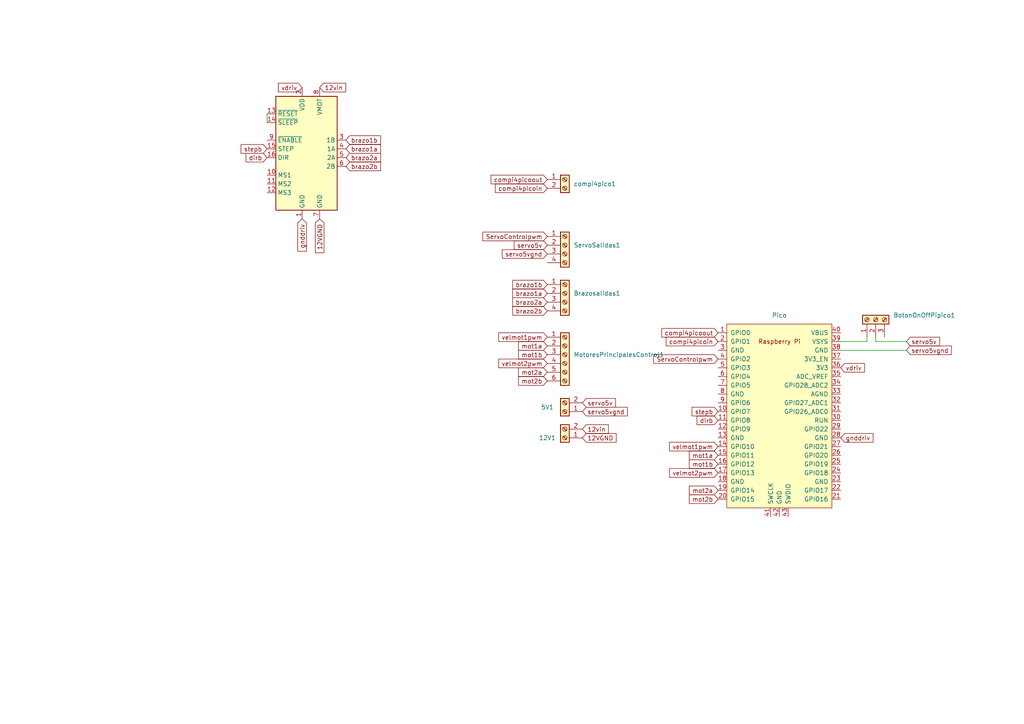
<source format=kicad_sch>
(kicad_sch (version 20230121) (generator eeschema)

  (uuid 69f18ada-31d3-4519-b72b-01a669aa8885)

  (paper "A4")

  (lib_symbols
    (symbol "Connector:Screw_Terminal_01x02" (pin_names (offset 1.016) hide) (in_bom yes) (on_board yes)
      (property "Reference" "J" (at 0 2.54 0)
        (effects (font (size 1.27 1.27)))
      )
      (property "Value" "Screw_Terminal_01x02" (at 0 -5.08 0)
        (effects (font (size 1.27 1.27)))
      )
      (property "Footprint" "" (at 0 0 0)
        (effects (font (size 1.27 1.27)) hide)
      )
      (property "Datasheet" "~" (at 0 0 0)
        (effects (font (size 1.27 1.27)) hide)
      )
      (property "ki_keywords" "screw terminal" (at 0 0 0)
        (effects (font (size 1.27 1.27)) hide)
      )
      (property "ki_description" "Generic screw terminal, single row, 01x02, script generated (kicad-library-utils/schlib/autogen/connector/)" (at 0 0 0)
        (effects (font (size 1.27 1.27)) hide)
      )
      (property "ki_fp_filters" "TerminalBlock*:*" (at 0 0 0)
        (effects (font (size 1.27 1.27)) hide)
      )
      (symbol "Screw_Terminal_01x02_1_1"
        (rectangle (start -1.27 1.27) (end 1.27 -3.81)
          (stroke (width 0.254) (type default))
          (fill (type background))
        )
        (circle (center 0 -2.54) (radius 0.635)
          (stroke (width 0.1524) (type default))
          (fill (type none))
        )
        (polyline
          (pts
            (xy -0.5334 -2.2098)
            (xy 0.3302 -3.048)
          )
          (stroke (width 0.1524) (type default))
          (fill (type none))
        )
        (polyline
          (pts
            (xy -0.5334 0.3302)
            (xy 0.3302 -0.508)
          )
          (stroke (width 0.1524) (type default))
          (fill (type none))
        )
        (polyline
          (pts
            (xy -0.3556 -2.032)
            (xy 0.508 -2.8702)
          )
          (stroke (width 0.1524) (type default))
          (fill (type none))
        )
        (polyline
          (pts
            (xy -0.3556 0.508)
            (xy 0.508 -0.3302)
          )
          (stroke (width 0.1524) (type default))
          (fill (type none))
        )
        (circle (center 0 0) (radius 0.635)
          (stroke (width 0.1524) (type default))
          (fill (type none))
        )
        (pin passive line (at -5.08 0 0) (length 3.81)
          (name "Pin_1" (effects (font (size 1.27 1.27))))
          (number "1" (effects (font (size 1.27 1.27))))
        )
        (pin passive line (at -5.08 -2.54 0) (length 3.81)
          (name "Pin_2" (effects (font (size 1.27 1.27))))
          (number "2" (effects (font (size 1.27 1.27))))
        )
      )
    )
    (symbol "Connector:Screw_Terminal_01x03" (pin_names (offset 1.016) hide) (in_bom yes) (on_board yes)
      (property "Reference" "J" (at 0 5.08 0)
        (effects (font (size 1.27 1.27)))
      )
      (property "Value" "Screw_Terminal_01x03" (at 0 -5.08 0)
        (effects (font (size 1.27 1.27)))
      )
      (property "Footprint" "" (at 0 0 0)
        (effects (font (size 1.27 1.27)) hide)
      )
      (property "Datasheet" "~" (at 0 0 0)
        (effects (font (size 1.27 1.27)) hide)
      )
      (property "ki_keywords" "screw terminal" (at 0 0 0)
        (effects (font (size 1.27 1.27)) hide)
      )
      (property "ki_description" "Generic screw terminal, single row, 01x03, script generated (kicad-library-utils/schlib/autogen/connector/)" (at 0 0 0)
        (effects (font (size 1.27 1.27)) hide)
      )
      (property "ki_fp_filters" "TerminalBlock*:*" (at 0 0 0)
        (effects (font (size 1.27 1.27)) hide)
      )
      (symbol "Screw_Terminal_01x03_1_1"
        (rectangle (start -1.27 3.81) (end 1.27 -3.81)
          (stroke (width 0.254) (type default))
          (fill (type background))
        )
        (circle (center 0 -2.54) (radius 0.635)
          (stroke (width 0.1524) (type default))
          (fill (type none))
        )
        (polyline
          (pts
            (xy -0.5334 -2.2098)
            (xy 0.3302 -3.048)
          )
          (stroke (width 0.1524) (type default))
          (fill (type none))
        )
        (polyline
          (pts
            (xy -0.5334 0.3302)
            (xy 0.3302 -0.508)
          )
          (stroke (width 0.1524) (type default))
          (fill (type none))
        )
        (polyline
          (pts
            (xy -0.5334 2.8702)
            (xy 0.3302 2.032)
          )
          (stroke (width 0.1524) (type default))
          (fill (type none))
        )
        (polyline
          (pts
            (xy -0.3556 -2.032)
            (xy 0.508 -2.8702)
          )
          (stroke (width 0.1524) (type default))
          (fill (type none))
        )
        (polyline
          (pts
            (xy -0.3556 0.508)
            (xy 0.508 -0.3302)
          )
          (stroke (width 0.1524) (type default))
          (fill (type none))
        )
        (polyline
          (pts
            (xy -0.3556 3.048)
            (xy 0.508 2.2098)
          )
          (stroke (width 0.1524) (type default))
          (fill (type none))
        )
        (circle (center 0 0) (radius 0.635)
          (stroke (width 0.1524) (type default))
          (fill (type none))
        )
        (circle (center 0 2.54) (radius 0.635)
          (stroke (width 0.1524) (type default))
          (fill (type none))
        )
        (pin passive line (at -5.08 2.54 0) (length 3.81)
          (name "Pin_1" (effects (font (size 1.27 1.27))))
          (number "1" (effects (font (size 1.27 1.27))))
        )
        (pin passive line (at -5.08 0 0) (length 3.81)
          (name "Pin_2" (effects (font (size 1.27 1.27))))
          (number "2" (effects (font (size 1.27 1.27))))
        )
        (pin passive line (at -5.08 -2.54 0) (length 3.81)
          (name "Pin_3" (effects (font (size 1.27 1.27))))
          (number "3" (effects (font (size 1.27 1.27))))
        )
      )
    )
    (symbol "Connector:Screw_Terminal_01x04" (pin_names (offset 1.016) hide) (in_bom yes) (on_board yes)
      (property "Reference" "J" (at 0 5.08 0)
        (effects (font (size 1.27 1.27)))
      )
      (property "Value" "Screw_Terminal_01x04" (at 0 -7.62 0)
        (effects (font (size 1.27 1.27)))
      )
      (property "Footprint" "" (at 0 0 0)
        (effects (font (size 1.27 1.27)) hide)
      )
      (property "Datasheet" "~" (at 0 0 0)
        (effects (font (size 1.27 1.27)) hide)
      )
      (property "ki_keywords" "screw terminal" (at 0 0 0)
        (effects (font (size 1.27 1.27)) hide)
      )
      (property "ki_description" "Generic screw terminal, single row, 01x04, script generated (kicad-library-utils/schlib/autogen/connector/)" (at 0 0 0)
        (effects (font (size 1.27 1.27)) hide)
      )
      (property "ki_fp_filters" "TerminalBlock*:*" (at 0 0 0)
        (effects (font (size 1.27 1.27)) hide)
      )
      (symbol "Screw_Terminal_01x04_1_1"
        (rectangle (start -1.27 3.81) (end 1.27 -6.35)
          (stroke (width 0.254) (type default))
          (fill (type background))
        )
        (circle (center 0 -5.08) (radius 0.635)
          (stroke (width 0.1524) (type default))
          (fill (type none))
        )
        (circle (center 0 -2.54) (radius 0.635)
          (stroke (width 0.1524) (type default))
          (fill (type none))
        )
        (polyline
          (pts
            (xy -0.5334 -4.7498)
            (xy 0.3302 -5.588)
          )
          (stroke (width 0.1524) (type default))
          (fill (type none))
        )
        (polyline
          (pts
            (xy -0.5334 -2.2098)
            (xy 0.3302 -3.048)
          )
          (stroke (width 0.1524) (type default))
          (fill (type none))
        )
        (polyline
          (pts
            (xy -0.5334 0.3302)
            (xy 0.3302 -0.508)
          )
          (stroke (width 0.1524) (type default))
          (fill (type none))
        )
        (polyline
          (pts
            (xy -0.5334 2.8702)
            (xy 0.3302 2.032)
          )
          (stroke (width 0.1524) (type default))
          (fill (type none))
        )
        (polyline
          (pts
            (xy -0.3556 -4.572)
            (xy 0.508 -5.4102)
          )
          (stroke (width 0.1524) (type default))
          (fill (type none))
        )
        (polyline
          (pts
            (xy -0.3556 -2.032)
            (xy 0.508 -2.8702)
          )
          (stroke (width 0.1524) (type default))
          (fill (type none))
        )
        (polyline
          (pts
            (xy -0.3556 0.508)
            (xy 0.508 -0.3302)
          )
          (stroke (width 0.1524) (type default))
          (fill (type none))
        )
        (polyline
          (pts
            (xy -0.3556 3.048)
            (xy 0.508 2.2098)
          )
          (stroke (width 0.1524) (type default))
          (fill (type none))
        )
        (circle (center 0 0) (radius 0.635)
          (stroke (width 0.1524) (type default))
          (fill (type none))
        )
        (circle (center 0 2.54) (radius 0.635)
          (stroke (width 0.1524) (type default))
          (fill (type none))
        )
        (pin passive line (at -5.08 2.54 0) (length 3.81)
          (name "Pin_1" (effects (font (size 1.27 1.27))))
          (number "1" (effects (font (size 1.27 1.27))))
        )
        (pin passive line (at -5.08 0 0) (length 3.81)
          (name "Pin_2" (effects (font (size 1.27 1.27))))
          (number "2" (effects (font (size 1.27 1.27))))
        )
        (pin passive line (at -5.08 -2.54 0) (length 3.81)
          (name "Pin_3" (effects (font (size 1.27 1.27))))
          (number "3" (effects (font (size 1.27 1.27))))
        )
        (pin passive line (at -5.08 -5.08 0) (length 3.81)
          (name "Pin_4" (effects (font (size 1.27 1.27))))
          (number "4" (effects (font (size 1.27 1.27))))
        )
      )
    )
    (symbol "Connector:Screw_Terminal_01x06" (pin_names (offset 1.016) hide) (in_bom yes) (on_board yes)
      (property "Reference" "J" (at 0 7.62 0)
        (effects (font (size 1.27 1.27)))
      )
      (property "Value" "Screw_Terminal_01x06" (at 0 -10.16 0)
        (effects (font (size 1.27 1.27)))
      )
      (property "Footprint" "" (at 0 0 0)
        (effects (font (size 1.27 1.27)) hide)
      )
      (property "Datasheet" "~" (at 0 0 0)
        (effects (font (size 1.27 1.27)) hide)
      )
      (property "ki_keywords" "screw terminal" (at 0 0 0)
        (effects (font (size 1.27 1.27)) hide)
      )
      (property "ki_description" "Generic screw terminal, single row, 01x06, script generated (kicad-library-utils/schlib/autogen/connector/)" (at 0 0 0)
        (effects (font (size 1.27 1.27)) hide)
      )
      (property "ki_fp_filters" "TerminalBlock*:*" (at 0 0 0)
        (effects (font (size 1.27 1.27)) hide)
      )
      (symbol "Screw_Terminal_01x06_1_1"
        (rectangle (start -1.27 6.35) (end 1.27 -8.89)
          (stroke (width 0.254) (type default))
          (fill (type background))
        )
        (circle (center 0 -7.62) (radius 0.635)
          (stroke (width 0.1524) (type default))
          (fill (type none))
        )
        (circle (center 0 -5.08) (radius 0.635)
          (stroke (width 0.1524) (type default))
          (fill (type none))
        )
        (circle (center 0 -2.54) (radius 0.635)
          (stroke (width 0.1524) (type default))
          (fill (type none))
        )
        (polyline
          (pts
            (xy -0.5334 -7.2898)
            (xy 0.3302 -8.128)
          )
          (stroke (width 0.1524) (type default))
          (fill (type none))
        )
        (polyline
          (pts
            (xy -0.5334 -4.7498)
            (xy 0.3302 -5.588)
          )
          (stroke (width 0.1524) (type default))
          (fill (type none))
        )
        (polyline
          (pts
            (xy -0.5334 -2.2098)
            (xy 0.3302 -3.048)
          )
          (stroke (width 0.1524) (type default))
          (fill (type none))
        )
        (polyline
          (pts
            (xy -0.5334 0.3302)
            (xy 0.3302 -0.508)
          )
          (stroke (width 0.1524) (type default))
          (fill (type none))
        )
        (polyline
          (pts
            (xy -0.5334 2.8702)
            (xy 0.3302 2.032)
          )
          (stroke (width 0.1524) (type default))
          (fill (type none))
        )
        (polyline
          (pts
            (xy -0.5334 5.4102)
            (xy 0.3302 4.572)
          )
          (stroke (width 0.1524) (type default))
          (fill (type none))
        )
        (polyline
          (pts
            (xy -0.3556 -7.112)
            (xy 0.508 -7.9502)
          )
          (stroke (width 0.1524) (type default))
          (fill (type none))
        )
        (polyline
          (pts
            (xy -0.3556 -4.572)
            (xy 0.508 -5.4102)
          )
          (stroke (width 0.1524) (type default))
          (fill (type none))
        )
        (polyline
          (pts
            (xy -0.3556 -2.032)
            (xy 0.508 -2.8702)
          )
          (stroke (width 0.1524) (type default))
          (fill (type none))
        )
        (polyline
          (pts
            (xy -0.3556 0.508)
            (xy 0.508 -0.3302)
          )
          (stroke (width 0.1524) (type default))
          (fill (type none))
        )
        (polyline
          (pts
            (xy -0.3556 3.048)
            (xy 0.508 2.2098)
          )
          (stroke (width 0.1524) (type default))
          (fill (type none))
        )
        (polyline
          (pts
            (xy -0.3556 5.588)
            (xy 0.508 4.7498)
          )
          (stroke (width 0.1524) (type default))
          (fill (type none))
        )
        (circle (center 0 0) (radius 0.635)
          (stroke (width 0.1524) (type default))
          (fill (type none))
        )
        (circle (center 0 2.54) (radius 0.635)
          (stroke (width 0.1524) (type default))
          (fill (type none))
        )
        (circle (center 0 5.08) (radius 0.635)
          (stroke (width 0.1524) (type default))
          (fill (type none))
        )
        (pin passive line (at -5.08 5.08 0) (length 3.81)
          (name "Pin_1" (effects (font (size 1.27 1.27))))
          (number "1" (effects (font (size 1.27 1.27))))
        )
        (pin passive line (at -5.08 2.54 0) (length 3.81)
          (name "Pin_2" (effects (font (size 1.27 1.27))))
          (number "2" (effects (font (size 1.27 1.27))))
        )
        (pin passive line (at -5.08 0 0) (length 3.81)
          (name "Pin_3" (effects (font (size 1.27 1.27))))
          (number "3" (effects (font (size 1.27 1.27))))
        )
        (pin passive line (at -5.08 -2.54 0) (length 3.81)
          (name "Pin_4" (effects (font (size 1.27 1.27))))
          (number "4" (effects (font (size 1.27 1.27))))
        )
        (pin passive line (at -5.08 -5.08 0) (length 3.81)
          (name "Pin_5" (effects (font (size 1.27 1.27))))
          (number "5" (effects (font (size 1.27 1.27))))
        )
        (pin passive line (at -5.08 -7.62 0) (length 3.81)
          (name "Pin_6" (effects (font (size 1.27 1.27))))
          (number "6" (effects (font (size 1.27 1.27))))
        )
      )
    )
    (symbol "Driver_Motor:Pololu_Breakout_A4988" (in_bom yes) (on_board yes)
      (property "Reference" "A" (at -2.54 19.05 0)
        (effects (font (size 1.27 1.27)) (justify right))
      )
      (property "Value" "Pololu_Breakout_A4988" (at -2.54 16.51 0)
        (effects (font (size 1.27 1.27)) (justify right))
      )
      (property "Footprint" "Module:Pololu_Breakout-16_15.2x20.3mm" (at 6.985 -19.05 0)
        (effects (font (size 1.27 1.27)) (justify left) hide)
      )
      (property "Datasheet" "https://www.pololu.com/product/2980/pictures" (at 2.54 -7.62 0)
        (effects (font (size 1.27 1.27)) hide)
      )
      (property "ki_keywords" "Pololu Breakout Board Stepper Driver A4988" (at 0 0 0)
        (effects (font (size 1.27 1.27)) hide)
      )
      (property "ki_description" "Pololu Breakout Board, Stepper Driver A4988" (at 0 0 0)
        (effects (font (size 1.27 1.27)) hide)
      )
      (property "ki_fp_filters" "Pololu*Breakout*15.2x20.3mm*" (at 0 0 0)
        (effects (font (size 1.27 1.27)) hide)
      )
      (symbol "Pololu_Breakout_A4988_0_1"
        (rectangle (start 10.16 -17.78) (end -7.62 15.24)
          (stroke (width 0.254) (type default))
          (fill (type background))
        )
      )
      (symbol "Pololu_Breakout_A4988_1_1"
        (pin power_in line (at 0 -20.32 90) (length 2.54)
          (name "GND" (effects (font (size 1.27 1.27))))
          (number "1" (effects (font (size 1.27 1.27))))
        )
        (pin input line (at -10.16 -7.62 0) (length 2.54)
          (name "MS1" (effects (font (size 1.27 1.27))))
          (number "10" (effects (font (size 1.27 1.27))))
        )
        (pin input line (at -10.16 -10.16 0) (length 2.54)
          (name "MS2" (effects (font (size 1.27 1.27))))
          (number "11" (effects (font (size 1.27 1.27))))
        )
        (pin input line (at -10.16 -12.7 0) (length 2.54)
          (name "MS3" (effects (font (size 1.27 1.27))))
          (number "12" (effects (font (size 1.27 1.27))))
        )
        (pin input line (at -10.16 10.16 0) (length 2.54)
          (name "~{RESET}" (effects (font (size 1.27 1.27))))
          (number "13" (effects (font (size 1.27 1.27))))
        )
        (pin input line (at -10.16 7.62 0) (length 2.54)
          (name "~{SLEEP}" (effects (font (size 1.27 1.27))))
          (number "14" (effects (font (size 1.27 1.27))))
        )
        (pin input line (at -10.16 0 0) (length 2.54)
          (name "STEP" (effects (font (size 1.27 1.27))))
          (number "15" (effects (font (size 1.27 1.27))))
        )
        (pin input line (at -10.16 -2.54 0) (length 2.54)
          (name "DIR" (effects (font (size 1.27 1.27))))
          (number "16" (effects (font (size 1.27 1.27))))
        )
        (pin power_in line (at 0 17.78 270) (length 2.54)
          (name "VDD" (effects (font (size 1.27 1.27))))
          (number "2" (effects (font (size 1.27 1.27))))
        )
        (pin output line (at 12.7 2.54 180) (length 2.54)
          (name "1B" (effects (font (size 1.27 1.27))))
          (number "3" (effects (font (size 1.27 1.27))))
        )
        (pin output line (at 12.7 0 180) (length 2.54)
          (name "1A" (effects (font (size 1.27 1.27))))
          (number "4" (effects (font (size 1.27 1.27))))
        )
        (pin output line (at 12.7 -2.54 180) (length 2.54)
          (name "2A" (effects (font (size 1.27 1.27))))
          (number "5" (effects (font (size 1.27 1.27))))
        )
        (pin output line (at 12.7 -5.08 180) (length 2.54)
          (name "2B" (effects (font (size 1.27 1.27))))
          (number "6" (effects (font (size 1.27 1.27))))
        )
        (pin power_in line (at 5.08 -20.32 90) (length 2.54)
          (name "GND" (effects (font (size 1.27 1.27))))
          (number "7" (effects (font (size 1.27 1.27))))
        )
        (pin power_in line (at 5.08 17.78 270) (length 2.54)
          (name "VMOT" (effects (font (size 1.27 1.27))))
          (number "8" (effects (font (size 1.27 1.27))))
        )
        (pin input line (at -10.16 2.54 0) (length 2.54)
          (name "~{ENABLE}" (effects (font (size 1.27 1.27))))
          (number "9" (effects (font (size 1.27 1.27))))
        )
      )
    )
    (symbol "HORUSSSSSSSSSSS:Pico" (pin_names (offset 1.016)) (in_bom yes) (on_board yes)
      (property "Reference" "U" (at -13.97 27.94 0)
        (effects (font (size 1.27 1.27)))
      )
      (property "Value" "Pico" (at 0 19.05 0)
        (effects (font (size 1.27 1.27)))
      )
      (property "Footprint" "RPi_Pico:RPi_Pico_SMD_TH" (at 0 0 90)
        (effects (font (size 1.27 1.27)) hide)
      )
      (property "Datasheet" "" (at 0 0 0)
        (effects (font (size 1.27 1.27)) hide)
      )
      (symbol "Pico_0_0"
        (text "Raspberry Pi" (at 0 21.59 0)
          (effects (font (size 1.27 1.27)))
        )
      )
      (symbol "Pico_0_1"
        (rectangle (start -15.24 26.67) (end 15.24 -26.67)
          (stroke (width 0) (type solid))
          (fill (type background))
        )
      )
      (symbol "Pico_1_1"
        (pin bidirectional line (at -17.78 24.13 0) (length 2.54)
          (name "GPIO0" (effects (font (size 1.27 1.27))))
          (number "1" (effects (font (size 1.27 1.27))))
        )
        (pin bidirectional line (at -17.78 1.27 0) (length 2.54)
          (name "GPIO7" (effects (font (size 1.27 1.27))))
          (number "10" (effects (font (size 1.27 1.27))))
        )
        (pin bidirectional line (at -17.78 -1.27 0) (length 2.54)
          (name "GPIO8" (effects (font (size 1.27 1.27))))
          (number "11" (effects (font (size 1.27 1.27))))
        )
        (pin bidirectional line (at -17.78 -3.81 0) (length 2.54)
          (name "GPIO9" (effects (font (size 1.27 1.27))))
          (number "12" (effects (font (size 1.27 1.27))))
        )
        (pin power_in line (at -17.78 -6.35 0) (length 2.54)
          (name "GND" (effects (font (size 1.27 1.27))))
          (number "13" (effects (font (size 1.27 1.27))))
        )
        (pin bidirectional line (at -17.78 -8.89 0) (length 2.54)
          (name "GPIO10" (effects (font (size 1.27 1.27))))
          (number "14" (effects (font (size 1.27 1.27))))
        )
        (pin bidirectional line (at -17.78 -11.43 0) (length 2.54)
          (name "GPIO11" (effects (font (size 1.27 1.27))))
          (number "15" (effects (font (size 1.27 1.27))))
        )
        (pin bidirectional line (at -17.78 -13.97 0) (length 2.54)
          (name "GPIO12" (effects (font (size 1.27 1.27))))
          (number "16" (effects (font (size 1.27 1.27))))
        )
        (pin bidirectional line (at -17.78 -16.51 0) (length 2.54)
          (name "GPIO13" (effects (font (size 1.27 1.27))))
          (number "17" (effects (font (size 1.27 1.27))))
        )
        (pin power_in line (at -17.78 -19.05 0) (length 2.54)
          (name "GND" (effects (font (size 1.27 1.27))))
          (number "18" (effects (font (size 1.27 1.27))))
        )
        (pin bidirectional line (at -17.78 -21.59 0) (length 2.54)
          (name "GPIO14" (effects (font (size 1.27 1.27))))
          (number "19" (effects (font (size 1.27 1.27))))
        )
        (pin bidirectional line (at -17.78 21.59 0) (length 2.54)
          (name "GPIO1" (effects (font (size 1.27 1.27))))
          (number "2" (effects (font (size 1.27 1.27))))
        )
        (pin bidirectional line (at -17.78 -24.13 0) (length 2.54)
          (name "GPIO15" (effects (font (size 1.27 1.27))))
          (number "20" (effects (font (size 1.27 1.27))))
        )
        (pin bidirectional line (at 17.78 -24.13 180) (length 2.54)
          (name "GPIO16" (effects (font (size 1.27 1.27))))
          (number "21" (effects (font (size 1.27 1.27))))
        )
        (pin bidirectional line (at 17.78 -21.59 180) (length 2.54)
          (name "GPIO17" (effects (font (size 1.27 1.27))))
          (number "22" (effects (font (size 1.27 1.27))))
        )
        (pin power_in line (at 17.78 -19.05 180) (length 2.54)
          (name "GND" (effects (font (size 1.27 1.27))))
          (number "23" (effects (font (size 1.27 1.27))))
        )
        (pin bidirectional line (at 17.78 -16.51 180) (length 2.54)
          (name "GPIO18" (effects (font (size 1.27 1.27))))
          (number "24" (effects (font (size 1.27 1.27))))
        )
        (pin bidirectional line (at 17.78 -13.97 180) (length 2.54)
          (name "GPIO19" (effects (font (size 1.27 1.27))))
          (number "25" (effects (font (size 1.27 1.27))))
        )
        (pin bidirectional line (at 17.78 -11.43 180) (length 2.54)
          (name "GPIO20" (effects (font (size 1.27 1.27))))
          (number "26" (effects (font (size 1.27 1.27))))
        )
        (pin bidirectional line (at 17.78 -8.89 180) (length 2.54)
          (name "GPIO21" (effects (font (size 1.27 1.27))))
          (number "27" (effects (font (size 1.27 1.27))))
        )
        (pin power_in line (at 17.78 -6.35 180) (length 2.54)
          (name "GND" (effects (font (size 1.27 1.27))))
          (number "28" (effects (font (size 1.27 1.27))))
        )
        (pin bidirectional line (at 17.78 -3.81 180) (length 2.54)
          (name "GPIO22" (effects (font (size 1.27 1.27))))
          (number "29" (effects (font (size 1.27 1.27))))
        )
        (pin power_in line (at -17.78 19.05 0) (length 2.54)
          (name "GND" (effects (font (size 1.27 1.27))))
          (number "3" (effects (font (size 1.27 1.27))))
        )
        (pin input line (at 17.78 -1.27 180) (length 2.54)
          (name "RUN" (effects (font (size 1.27 1.27))))
          (number "30" (effects (font (size 1.27 1.27))))
        )
        (pin bidirectional line (at 17.78 1.27 180) (length 2.54)
          (name "GPIO26_ADC0" (effects (font (size 1.27 1.27))))
          (number "31" (effects (font (size 1.27 1.27))))
        )
        (pin bidirectional line (at 17.78 3.81 180) (length 2.54)
          (name "GPIO27_ADC1" (effects (font (size 1.27 1.27))))
          (number "32" (effects (font (size 1.27 1.27))))
        )
        (pin power_in line (at 17.78 6.35 180) (length 2.54)
          (name "AGND" (effects (font (size 1.27 1.27))))
          (number "33" (effects (font (size 1.27 1.27))))
        )
        (pin bidirectional line (at 17.78 8.89 180) (length 2.54)
          (name "GPIO28_ADC2" (effects (font (size 1.27 1.27))))
          (number "34" (effects (font (size 1.27 1.27))))
        )
        (pin unspecified line (at 17.78 11.43 180) (length 2.54)
          (name "ADC_VREF" (effects (font (size 1.27 1.27))))
          (number "35" (effects (font (size 1.27 1.27))))
        )
        (pin unspecified line (at 17.78 13.97 180) (length 2.54)
          (name "3V3" (effects (font (size 1.27 1.27))))
          (number "36" (effects (font (size 1.27 1.27))))
        )
        (pin input line (at 17.78 16.51 180) (length 2.54)
          (name "3V3_EN" (effects (font (size 1.27 1.27))))
          (number "37" (effects (font (size 1.27 1.27))))
        )
        (pin bidirectional line (at 17.78 19.05 180) (length 2.54)
          (name "GND" (effects (font (size 1.27 1.27))))
          (number "38" (effects (font (size 1.27 1.27))))
        )
        (pin unspecified line (at 17.78 21.59 180) (length 2.54)
          (name "VSYS" (effects (font (size 1.27 1.27))))
          (number "39" (effects (font (size 1.27 1.27))))
        )
        (pin bidirectional line (at -17.78 16.51 0) (length 2.54)
          (name "GPIO2" (effects (font (size 1.27 1.27))))
          (number "4" (effects (font (size 1.27 1.27))))
        )
        (pin unspecified line (at 17.78 24.13 180) (length 2.54)
          (name "VBUS" (effects (font (size 1.27 1.27))))
          (number "40" (effects (font (size 1.27 1.27))))
        )
        (pin input line (at -2.54 -29.21 90) (length 2.54)
          (name "SWCLK" (effects (font (size 1.27 1.27))))
          (number "41" (effects (font (size 1.27 1.27))))
        )
        (pin power_in line (at 0 -29.21 90) (length 2.54)
          (name "GND" (effects (font (size 1.27 1.27))))
          (number "42" (effects (font (size 1.27 1.27))))
        )
        (pin bidirectional line (at 2.54 -29.21 90) (length 2.54)
          (name "SWDIO" (effects (font (size 1.27 1.27))))
          (number "43" (effects (font (size 1.27 1.27))))
        )
        (pin bidirectional line (at -17.78 13.97 0) (length 2.54)
          (name "GPIO3" (effects (font (size 1.27 1.27))))
          (number "5" (effects (font (size 1.27 1.27))))
        )
        (pin bidirectional line (at -17.78 11.43 0) (length 2.54)
          (name "GPIO4" (effects (font (size 1.27 1.27))))
          (number "6" (effects (font (size 1.27 1.27))))
        )
        (pin bidirectional line (at -17.78 8.89 0) (length 2.54)
          (name "GPIO5" (effects (font (size 1.27 1.27))))
          (number "7" (effects (font (size 1.27 1.27))))
        )
        (pin power_in line (at -17.78 6.35 0) (length 2.54)
          (name "GND" (effects (font (size 1.27 1.27))))
          (number "8" (effects (font (size 1.27 1.27))))
        )
        (pin bidirectional line (at -17.78 3.81 0) (length 2.54)
          (name "GPIO6" (effects (font (size 1.27 1.27))))
          (number "9" (effects (font (size 1.27 1.27))))
        )
      )
    )
  )


  (wire (pts (xy 254 99.06) (xy 262.89 99.06))
    (stroke (width 0) (type default))
    (uuid 032811f0-ceaf-495c-978d-36bfd12250da)
  )
  (wire (pts (xy 251.46 99.06) (xy 243.84 99.06))
    (stroke (width 0) (type default))
    (uuid 1f845f0e-7611-47ac-a8c0-0756aecadc57)
  )
  (wire (pts (xy 254 97.79) (xy 254 99.06))
    (stroke (width 0) (type default))
    (uuid 272f7206-d683-4ba2-9aa0-85e5b7df7e34)
  )
  (wire (pts (xy 77.47 33.02) (xy 77.47 35.56))
    (stroke (width 0) (type default))
    (uuid 571ce249-f7c0-4671-a644-8cf509fc2174)
  )
  (wire (pts (xy 251.46 97.79) (xy 251.46 99.06))
    (stroke (width 0) (type default))
    (uuid 5cdc9129-4a2a-4d80-92d2-14d7de033f30)
  )
  (wire (pts (xy 243.84 101.6) (xy 262.89 101.6))
    (stroke (width 0) (type default))
    (uuid b2caa519-d348-4871-a16e-6a39bad2cb45)
  )

  (global_label "vdriv" (shape input) (at 243.84 106.68 0) (fields_autoplaced)
    (effects (font (size 1.27 1.27)) (justify left))
    (uuid 089a74eb-5c02-4180-8385-d1a04181c461)
    (property "Intersheetrefs" "${INTERSHEET_REFS}" (at 251.3004 106.68 0)
      (effects (font (size 1.27 1.27)) (justify left) hide)
    )
  )
  (global_label "velmot1pwm" (shape input) (at 208.28 129.54 180) (fields_autoplaced)
    (effects (font (size 1.27 1.27)) (justify right))
    (uuid 105579cf-bc81-4dc8-8f0f-476ad03825b8)
    (property "Intersheetrefs" "${INTERSHEET_REFS}" (at 193.6231 129.54 0)
      (effects (font (size 1.27 1.27)) (justify right) hide)
    )
  )
  (global_label "gnddriv" (shape input) (at 243.84 127 0) (fields_autoplaced)
    (effects (font (size 1.27 1.27)) (justify left))
    (uuid 19ec71aa-1e2f-45aa-bd00-f17993d76ea0)
    (property "Intersheetrefs" "${INTERSHEET_REFS}" (at 253.7798 127 0)
      (effects (font (size 1.27 1.27)) (justify left) hide)
    )
  )
  (global_label "servo5v" (shape input) (at 158.75 71.12 180) (fields_autoplaced)
    (effects (font (size 1.27 1.27)) (justify right))
    (uuid 20679a4a-7e6a-4ac8-963f-81c7061c9474)
    (property "Intersheetrefs" "${INTERSHEET_REFS}" (at 148.5682 71.12 0)
      (effects (font (size 1.27 1.27)) (justify right) hide)
    )
  )
  (global_label "servo5vgnd" (shape input) (at 168.91 119.38 0) (fields_autoplaced)
    (effects (font (size 1.27 1.27)) (justify left))
    (uuid 24ae15b9-4c0a-438b-9b8a-2ad57f4cb5b3)
    (property "Intersheetrefs" "${INTERSHEET_REFS}" (at 182.5388 119.38 0)
      (effects (font (size 1.27 1.27)) (justify left) hide)
    )
  )
  (global_label "mot2b" (shape input) (at 158.75 110.49 180) (fields_autoplaced)
    (effects (font (size 1.27 1.27)) (justify right))
    (uuid 2b033314-0855-4de9-8487-5cdde7d88ba2)
    (property "Intersheetrefs" "${INTERSHEET_REFS}" (at 149.8383 110.49 0)
      (effects (font (size 1.27 1.27)) (justify right) hide)
    )
  )
  (global_label "servo5v" (shape input) (at 262.89 99.06 0) (fields_autoplaced)
    (effects (font (size 1.27 1.27)) (justify left))
    (uuid 2df227a9-3590-40e2-a870-c13d2749233d)
    (property "Intersheetrefs" "${INTERSHEET_REFS}" (at 273.0718 99.06 0)
      (effects (font (size 1.27 1.27)) (justify left) hide)
    )
  )
  (global_label "stepb" (shape input) (at 208.28 119.38 180) (fields_autoplaced)
    (effects (font (size 1.27 1.27)) (justify right))
    (uuid 325749e0-734e-4d87-a8b3-93a3b135f7a4)
    (property "Intersheetrefs" "${INTERSHEET_REFS}" (at 200.1544 119.38 0)
      (effects (font (size 1.27 1.27)) (justify right) hide)
    )
  )
  (global_label "compi4picoout" (shape input) (at 158.75 52.07 180) (fields_autoplaced)
    (effects (font (size 1.27 1.27)) (justify right))
    (uuid 3b416e0f-5863-43ff-80f4-476a3fd9063d)
    (property "Intersheetrefs" "${INTERSHEET_REFS}" (at 141.8555 52.07 0)
      (effects (font (size 1.27 1.27)) (justify right) hide)
    )
  )
  (global_label "brazo1b" (shape input) (at 158.75 82.55 180) (fields_autoplaced)
    (effects (font (size 1.27 1.27)) (justify right))
    (uuid 49f8b04a-cb82-4dff-bb4a-22633b064167)
    (property "Intersheetrefs" "${INTERSHEET_REFS}" (at 148.145 82.55 0)
      (effects (font (size 1.27 1.27)) (justify right) hide)
    )
  )
  (global_label "brazo1b" (shape input) (at 100.33 40.64 0) (fields_autoplaced)
    (effects (font (size 1.27 1.27)) (justify left))
    (uuid 4de4071a-c6bc-48d3-8faa-594d24af3741)
    (property "Intersheetrefs" "${INTERSHEET_REFS}" (at 110.935 40.64 0)
      (effects (font (size 1.27 1.27)) (justify left) hide)
    )
  )
  (global_label "mot2b" (shape input) (at 208.28 144.78 180) (fields_autoplaced)
    (effects (font (size 1.27 1.27)) (justify right))
    (uuid 568ee743-6dc0-4715-85ab-2b5f256d7d9b)
    (property "Intersheetrefs" "${INTERSHEET_REFS}" (at 199.3683 144.78 0)
      (effects (font (size 1.27 1.27)) (justify right) hide)
    )
  )
  (global_label "brazo1a" (shape input) (at 158.75 85.09 180) (fields_autoplaced)
    (effects (font (size 1.27 1.27)) (justify right))
    (uuid 5c3cae67-9f2c-4e31-b974-93fa34e07e79)
    (property "Intersheetrefs" "${INTERSHEET_REFS}" (at 148.145 85.09 0)
      (effects (font (size 1.27 1.27)) (justify right) hide)
    )
  )
  (global_label "mot1b" (shape input) (at 208.28 134.62 180) (fields_autoplaced)
    (effects (font (size 1.27 1.27)) (justify right))
    (uuid 65e6fca0-c7fa-4f70-9fc2-9befb79f5deb)
    (property "Intersheetrefs" "${INTERSHEET_REFS}" (at 199.3683 134.62 0)
      (effects (font (size 1.27 1.27)) (justify right) hide)
    )
  )
  (global_label "mot1a" (shape input) (at 158.75 100.33 180) (fields_autoplaced)
    (effects (font (size 1.27 1.27)) (justify right))
    (uuid 688b5017-9942-4ffa-bffa-4339987cd9e1)
    (property "Intersheetrefs" "${INTERSHEET_REFS}" (at 149.8383 100.33 0)
      (effects (font (size 1.27 1.27)) (justify right) hide)
    )
  )
  (global_label "ServoControlpwm" (shape input) (at 208.28 104.14 180) (fields_autoplaced)
    (effects (font (size 1.27 1.27)) (justify right))
    (uuid 705a2d56-8cf1-446a-bb7d-cdbae1e7befc)
    (property "Intersheetrefs" "${INTERSHEET_REFS}" (at 189.027 104.14 0)
      (effects (font (size 1.27 1.27)) (justify right) hide)
    )
  )
  (global_label "mot1b" (shape input) (at 158.75 102.87 180) (fields_autoplaced)
    (effects (font (size 1.27 1.27)) (justify right))
    (uuid 71c4b569-dd6b-4078-9b80-b888483eb8c8)
    (property "Intersheetrefs" "${INTERSHEET_REFS}" (at 149.8383 102.87 0)
      (effects (font (size 1.27 1.27)) (justify right) hide)
    )
  )
  (global_label "velmot1pwm" (shape input) (at 158.75 97.79 180) (fields_autoplaced)
    (effects (font (size 1.27 1.27)) (justify right))
    (uuid 7276c2d5-9666-44a4-b812-406ab14ae0ed)
    (property "Intersheetrefs" "${INTERSHEET_REFS}" (at 144.0931 97.79 0)
      (effects (font (size 1.27 1.27)) (justify right) hide)
    )
  )
  (global_label "velmot2pwm" (shape input) (at 158.75 105.41 180) (fields_autoplaced)
    (effects (font (size 1.27 1.27)) (justify right))
    (uuid 74b6bcbe-f8dd-41f9-9e20-17243d7dfc3e)
    (property "Intersheetrefs" "${INTERSHEET_REFS}" (at 144.0931 105.41 0)
      (effects (font (size 1.27 1.27)) (justify right) hide)
    )
  )
  (global_label "dirb" (shape input) (at 208.28 121.92 180) (fields_autoplaced)
    (effects (font (size 1.27 1.27)) (justify right))
    (uuid 7f10a8e7-524c-4a5a-a1e2-09b638bccd4d)
    (property "Intersheetrefs" "${INTERSHEET_REFS}" (at 201.6058 121.92 0)
      (effects (font (size 1.27 1.27)) (justify right) hide)
    )
  )
  (global_label "brazo2a" (shape input) (at 100.33 45.72 0) (fields_autoplaced)
    (effects (font (size 1.27 1.27)) (justify left))
    (uuid 83071b50-5596-4c14-8b49-7b4356f0ba08)
    (property "Intersheetrefs" "${INTERSHEET_REFS}" (at 110.935 45.72 0)
      (effects (font (size 1.27 1.27)) (justify left) hide)
    )
  )
  (global_label "compi4picoin" (shape input) (at 158.75 54.61 180) (fields_autoplaced)
    (effects (font (size 1.27 1.27)) (justify right))
    (uuid 88855848-8f76-44e4-9b05-1cb6358e14d6)
    (property "Intersheetrefs" "${INTERSHEET_REFS}" (at 143.1254 54.61 0)
      (effects (font (size 1.27 1.27)) (justify right) hide)
    )
  )
  (global_label "12vin" (shape input) (at 92.71 25.4 0) (fields_autoplaced)
    (effects (font (size 1.27 1.27)) (justify left))
    (uuid 8c7dbf84-83f8-47b3-8440-782e692d1dca)
    (property "Intersheetrefs" "${INTERSHEET_REFS}" (at 100.8356 25.4 0)
      (effects (font (size 1.27 1.27)) (justify left) hide)
    )
  )
  (global_label "ServoControlpwm" (shape input) (at 158.75 68.58 180) (fields_autoplaced)
    (effects (font (size 1.27 1.27)) (justify right))
    (uuid 8c917faa-e14e-478f-a809-ec7be610c9ed)
    (property "Intersheetrefs" "${INTERSHEET_REFS}" (at 139.497 68.58 0)
      (effects (font (size 1.27 1.27)) (justify right) hide)
    )
  )
  (global_label "compi4picoout" (shape input) (at 208.28 96.52 180) (fields_autoplaced)
    (effects (font (size 1.27 1.27)) (justify right))
    (uuid 934bdf09-816a-4810-af42-a513244b5181)
    (property "Intersheetrefs" "${INTERSHEET_REFS}" (at 191.3855 96.52 0)
      (effects (font (size 1.27 1.27)) (justify right) hide)
    )
  )
  (global_label "brazo2a" (shape input) (at 158.75 87.63 180) (fields_autoplaced)
    (effects (font (size 1.27 1.27)) (justify right))
    (uuid 94644abf-c9eb-4e4d-96ec-c60ec2f2435c)
    (property "Intersheetrefs" "${INTERSHEET_REFS}" (at 148.145 87.63 0)
      (effects (font (size 1.27 1.27)) (justify right) hide)
    )
  )
  (global_label "dirb" (shape input) (at 77.47 45.72 180) (fields_autoplaced)
    (effects (font (size 1.27 1.27)) (justify right))
    (uuid 992e39ca-72bd-4655-91b0-b1544fa69441)
    (property "Intersheetrefs" "${INTERSHEET_REFS}" (at 70.7958 45.72 0)
      (effects (font (size 1.27 1.27)) (justify right) hide)
    )
  )
  (global_label "vdriv" (shape input) (at 87.63 25.4 180) (fields_autoplaced)
    (effects (font (size 1.27 1.27)) (justify right))
    (uuid 9a58f94a-93ab-46e1-8d0f-caa75c8227f4)
    (property "Intersheetrefs" "${INTERSHEET_REFS}" (at 80.1696 25.4 0)
      (effects (font (size 1.27 1.27)) (justify right) hide)
    )
  )
  (global_label "brazo1a" (shape input) (at 100.33 43.18 0) (fields_autoplaced)
    (effects (font (size 1.27 1.27)) (justify left))
    (uuid 9c220b7a-a2f1-4b18-8cb4-4978fbf828e4)
    (property "Intersheetrefs" "${INTERSHEET_REFS}" (at 110.935 43.18 0)
      (effects (font (size 1.27 1.27)) (justify left) hide)
    )
  )
  (global_label "servo5vgnd" (shape input) (at 262.89 101.6 0) (fields_autoplaced)
    (effects (font (size 1.27 1.27)) (justify left))
    (uuid a32ed922-cdd0-40b3-bac5-8ea48a4cca07)
    (property "Intersheetrefs" "${INTERSHEET_REFS}" (at 276.5188 101.6 0)
      (effects (font (size 1.27 1.27)) (justify left) hide)
    )
  )
  (global_label "servo5v" (shape input) (at 168.91 116.84 0) (fields_autoplaced)
    (effects (font (size 1.27 1.27)) (justify left))
    (uuid a9590e57-a333-476c-a7ea-da54278641ce)
    (property "Intersheetrefs" "${INTERSHEET_REFS}" (at 179.0918 116.84 0)
      (effects (font (size 1.27 1.27)) (justify left) hide)
    )
  )
  (global_label "12vin" (shape input) (at 168.91 124.46 0) (fields_autoplaced)
    (effects (font (size 1.27 1.27)) (justify left))
    (uuid ac79a266-3e88-4a80-96aa-dc06a76d299f)
    (property "Intersheetrefs" "${INTERSHEET_REFS}" (at 177.0356 124.46 0)
      (effects (font (size 1.27 1.27)) (justify left) hide)
    )
  )
  (global_label "gnddriv" (shape input) (at 87.63 63.5 270) (fields_autoplaced)
    (effects (font (size 1.27 1.27)) (justify right))
    (uuid af2be008-baf9-43de-892d-b44b65296c94)
    (property "Intersheetrefs" "${INTERSHEET_REFS}" (at 87.63 73.4398 90)
      (effects (font (size 1.27 1.27)) (justify right) hide)
    )
  )
  (global_label "12VGND" (shape input) (at 92.71 63.5 270) (fields_autoplaced)
    (effects (font (size 1.27 1.27)) (justify right))
    (uuid b547c99c-c110-4243-a0d8-03d58c14eabe)
    (property "Intersheetrefs" "${INTERSHEET_REFS}" (at 92.71 73.8633 90)
      (effects (font (size 1.27 1.27)) (justify right) hide)
    )
  )
  (global_label "stepb" (shape input) (at 77.47 43.18 180) (fields_autoplaced)
    (effects (font (size 1.27 1.27)) (justify right))
    (uuid b75f1935-ca9c-42c1-af7a-0bc233038025)
    (property "Intersheetrefs" "${INTERSHEET_REFS}" (at 69.3444 43.18 0)
      (effects (font (size 1.27 1.27)) (justify right) hide)
    )
  )
  (global_label "brazo2b" (shape input) (at 100.33 48.26 0) (fields_autoplaced)
    (effects (font (size 1.27 1.27)) (justify left))
    (uuid b8bd5d1f-7e7d-460c-a8aa-42de7f45fdcf)
    (property "Intersheetrefs" "${INTERSHEET_REFS}" (at 110.935 48.26 0)
      (effects (font (size 1.27 1.27)) (justify left) hide)
    )
  )
  (global_label "compi4picoin" (shape input) (at 208.28 99.06 180) (fields_autoplaced)
    (effects (font (size 1.27 1.27)) (justify right))
    (uuid bb141689-5201-4970-8071-2d4acdb6e5e3)
    (property "Intersheetrefs" "${INTERSHEET_REFS}" (at 192.6554 99.06 0)
      (effects (font (size 1.27 1.27)) (justify right) hide)
    )
  )
  (global_label "velmot2pwm" (shape input) (at 208.28 137.16 180) (fields_autoplaced)
    (effects (font (size 1.27 1.27)) (justify right))
    (uuid c5892a4d-06bb-4f8b-8a8e-594325dbb16b)
    (property "Intersheetrefs" "${INTERSHEET_REFS}" (at 193.6231 137.16 0)
      (effects (font (size 1.27 1.27)) (justify right) hide)
    )
  )
  (global_label "mot2a" (shape input) (at 158.75 107.95 180) (fields_autoplaced)
    (effects (font (size 1.27 1.27)) (justify right))
    (uuid ce3abf88-bb78-425c-ad17-4acd8a1c35da)
    (property "Intersheetrefs" "${INTERSHEET_REFS}" (at 149.8383 107.95 0)
      (effects (font (size 1.27 1.27)) (justify right) hide)
    )
  )
  (global_label "12VGND" (shape input) (at 168.91 127 0) (fields_autoplaced)
    (effects (font (size 1.27 1.27)) (justify left))
    (uuid d2f53d57-11ad-44a9-827c-ef24f02af505)
    (property "Intersheetrefs" "${INTERSHEET_REFS}" (at 179.2733 127 0)
      (effects (font (size 1.27 1.27)) (justify left) hide)
    )
  )
  (global_label "mot2a" (shape input) (at 208.28 142.24 180) (fields_autoplaced)
    (effects (font (size 1.27 1.27)) (justify right))
    (uuid d5bd1340-472f-4bb6-a267-f10acaaf0581)
    (property "Intersheetrefs" "${INTERSHEET_REFS}" (at 199.3683 142.24 0)
      (effects (font (size 1.27 1.27)) (justify right) hide)
    )
  )
  (global_label "mot1a" (shape input) (at 208.28 132.08 180) (fields_autoplaced)
    (effects (font (size 1.27 1.27)) (justify right))
    (uuid e0d477db-437a-4057-8de1-ad783803d8e4)
    (property "Intersheetrefs" "${INTERSHEET_REFS}" (at 199.3683 132.08 0)
      (effects (font (size 1.27 1.27)) (justify right) hide)
    )
  )
  (global_label "brazo2b" (shape input) (at 158.75 90.17 180) (fields_autoplaced)
    (effects (font (size 1.27 1.27)) (justify right))
    (uuid f8175a8b-dccf-4ade-bed4-dadb97253311)
    (property "Intersheetrefs" "${INTERSHEET_REFS}" (at 148.145 90.17 0)
      (effects (font (size 1.27 1.27)) (justify right) hide)
    )
  )
  (global_label "servo5vgnd" (shape input) (at 158.75 73.66 180) (fields_autoplaced)
    (effects (font (size 1.27 1.27)) (justify right))
    (uuid fdf69d69-5d1c-4ff6-968c-eadec35e995d)
    (property "Intersheetrefs" "${INTERSHEET_REFS}" (at 145.1212 73.66 0)
      (effects (font (size 1.27 1.27)) (justify right) hide)
    )
  )

  (symbol (lib_id "HORUSSSSSSSSSSS:Pico") (at 226.06 120.65 0) (unit 1)
    (in_bom yes) (on_board yes) (dnp no) (fields_autoplaced)
    (uuid 3e6a44d2-15b1-4c7d-9500-7aa240cf2b7f)
    (property "Reference" "U1" (at 226.06 88.9 0)
      (effects (font (size 1.27 1.27)) hide)
    )
    (property "Value" "Pico" (at 226.06 91.44 0)
      (effects (font (size 1.27 1.27)))
    )
    (property "Footprint" "HORUSKICADhuellas:RPi_Pico_SMD_TH" (at 226.06 120.65 90)
      (effects (font (size 1.27 1.27)) hide)
    )
    (property "Datasheet" "" (at 226.06 120.65 0)
      (effects (font (size 1.27 1.27)) hide)
    )
    (pin "1" (uuid afcfd63a-4d69-4530-8046-f5a1de4cf8d6))
    (pin "10" (uuid ec043c3b-167a-4acb-89e9-6ad28d0e97f3))
    (pin "11" (uuid 2854d2ab-af4f-4b3f-a2e9-0e9b03be2476))
    (pin "12" (uuid 0a177b4b-2c49-4c20-bea0-ee9b98c08e62))
    (pin "13" (uuid 88ca7661-bb28-4971-850d-153d2800f89b))
    (pin "14" (uuid ace7fbb9-e6e7-4e47-ab1a-9fca9a813789))
    (pin "15" (uuid f68a7582-4c0f-4f41-b6e7-5bd036141e2f))
    (pin "16" (uuid 63ba09ed-302e-4ff3-9152-37ef3c14f40b))
    (pin "17" (uuid 7ef89b92-6d39-49e8-913e-9d86f33f7f9b))
    (pin "18" (uuid d42e2486-1710-47ad-a510-0a7a3f9fddfc))
    (pin "19" (uuid 7eb51160-cb56-4c5f-b0ac-54b16d2784a4))
    (pin "2" (uuid 5c4b19e9-e6dd-4295-a58c-b088b9dfb593))
    (pin "20" (uuid 2a46c680-0d54-495b-8aef-72c3c208f98d))
    (pin "21" (uuid 3507d4e9-fd0d-41db-80bf-bf3a366639ab))
    (pin "22" (uuid 6c54aaaf-e33c-4616-a1c1-73c5e4a1a49f))
    (pin "23" (uuid 9fc46e10-646f-4410-8ebe-fddf07c3b3ad))
    (pin "24" (uuid df3253ec-a953-49d8-8fe0-e9cba95b3a98))
    (pin "25" (uuid 98e53e0b-5c4e-4a68-a884-a6e25b2a7471))
    (pin "26" (uuid 404e012a-5c52-44ea-a724-6366220198d1))
    (pin "27" (uuid 1ba7f8b6-03d2-4a33-bb4f-c0663da789a8))
    (pin "28" (uuid 0e042ef2-0694-43b1-b59a-5b447f4b756b))
    (pin "29" (uuid 9fd49da4-7889-4d84-9cc7-cf8c42d81be2))
    (pin "3" (uuid 0d3eb6d5-7189-4445-9ba9-61284cc4df04))
    (pin "30" (uuid fda038d6-8b03-4a24-9547-46336bdf5ba9))
    (pin "31" (uuid 1f5aadf2-22ea-41ca-acd9-dcff4340933d))
    (pin "32" (uuid 35d2b36e-23f9-42e3-a4cb-eaaffd300df5))
    (pin "33" (uuid 2d633405-853b-465f-9bf6-2171338dfef3))
    (pin "34" (uuid a7b895f7-ed85-450b-94f7-d10569409aea))
    (pin "35" (uuid 78b582d3-dec0-4b16-930e-9ed0627eacca))
    (pin "36" (uuid ce467d27-2ca5-4413-8364-9c8dcf226af4))
    (pin "37" (uuid f3fabd8f-6f4a-43b0-a13d-1e247e5ac748))
    (pin "38" (uuid 434e34f2-9fd2-44db-a513-189fb446725e))
    (pin "39" (uuid 9c5c0f49-3ba5-4911-ba64-9da736b58884))
    (pin "4" (uuid 8070a3b5-abaf-488e-8c0b-7ab449806bf5))
    (pin "40" (uuid c0808021-f4d5-45ba-8d72-1b99bbc756b3))
    (pin "41" (uuid 2637935c-7c0e-4c06-af29-2867b69861f2))
    (pin "42" (uuid c938ca91-002f-4f31-9125-412a11514e34))
    (pin "43" (uuid dde2651d-1ced-4219-839b-bbf060d162b7))
    (pin "5" (uuid 520d44e6-c498-4032-9b67-5ed8dc97cd7c))
    (pin "6" (uuid d47a74fa-2c25-49a8-80bc-5ad6d7840f5c))
    (pin "7" (uuid 52a7631c-2dbc-4ba2-a6ec-d34183be2663))
    (pin "8" (uuid fccd617b-6d98-4926-a0c5-65c56098bd6f))
    (pin "9" (uuid 505de5ba-4565-450f-acf9-8e0bd8824a2f))
    (instances
      (project "NewEra"
        (path "/69f18ada-31d3-4519-b72b-01a669aa8885"
          (reference "U1") (unit 1)
        )
      )
    )
  )

  (symbol (lib_id "Connector:Screw_Terminal_01x06") (at 163.83 102.87 0) (unit 1)
    (in_bom yes) (on_board yes) (dnp no) (fields_autoplaced)
    (uuid 5fd707a2-3ff8-40a7-ad0b-b7eb6ed82d86)
    (property "Reference" "MotoresPrincipalesControl1" (at 166.37 102.87 0)
      (effects (font (size 1.27 1.27)) (justify left))
    )
    (property "Value" "Screw_Terminal_01x06" (at 166.37 105.41 0)
      (effects (font (size 1.27 1.27)) (justify left) hide)
    )
    (property "Footprint" "TerminalBlock_Phoenix:TerminalBlock_Phoenix_MKDS-1,5-6-5.08_1x06_P5.08mm_Horizontal" (at 163.83 102.87 0)
      (effects (font (size 1.27 1.27)) hide)
    )
    (property "Datasheet" "~" (at 163.83 102.87 0)
      (effects (font (size 1.27 1.27)) hide)
    )
    (pin "1" (uuid 5cf6bf2d-1ccc-4d07-9eb2-3fd00a6a04e5))
    (pin "2" (uuid c92402f2-0ae0-4c83-89d5-8d05a28ada23))
    (pin "3" (uuid b95b4e81-343c-426c-9dc1-860e99cac7ca))
    (pin "4" (uuid 094b2d0e-62fd-4b51-8d25-4d85302be379))
    (pin "5" (uuid 9b37969a-43c6-4ec2-87d7-0b2f6a35cd26))
    (pin "6" (uuid a47069ec-c4f1-441a-81e7-c765d45e6ae9))
    (instances
      (project "NewEra"
        (path "/69f18ada-31d3-4519-b72b-01a669aa8885"
          (reference "MotoresPrincipalesControl1") (unit 1)
        )
      )
    )
  )

  (symbol (lib_id "Connector:Screw_Terminal_01x02") (at 163.83 119.38 180) (unit 1)
    (in_bom yes) (on_board yes) (dnp no)
    (uuid 738ca165-e72b-4410-971a-d7dcc5009bb2)
    (property "Reference" "5V1" (at 158.75 118.11 0)
      (effects (font (size 1.27 1.27)))
    )
    (property "Value" "Screw_Terminal_01x02" (at 163.83 112.8833 0)
      (effects (font (size 1.27 1.27)) hide)
    )
    (property "Footprint" "TerminalBlock_Phoenix:TerminalBlock_Phoenix_MKDS-1,5-2-5.08_1x02_P5.08mm_Horizontal" (at 163.83 119.38 0)
      (effects (font (size 1.27 1.27)) hide)
    )
    (property "Datasheet" "~" (at 163.83 119.38 0)
      (effects (font (size 1.27 1.27)) hide)
    )
    (pin "1" (uuid 421f0a1e-d47a-4afa-bf57-e2f821afa0b7))
    (pin "2" (uuid 068f9a2e-e0b0-4f05-92c6-a4edf8e15ac4))
    (instances
      (project "NewEra"
        (path "/69f18ada-31d3-4519-b72b-01a669aa8885"
          (reference "5V1") (unit 1)
        )
      )
    )
  )

  (symbol (lib_id "Connector:Screw_Terminal_01x04") (at 163.83 85.09 0) (unit 1)
    (in_bom yes) (on_board yes) (dnp no) (fields_autoplaced)
    (uuid 8a4c2885-5885-4707-820f-81ca8f80440e)
    (property "Reference" "Brazosalidas1" (at 166.37 85.09 0)
      (effects (font (size 1.27 1.27)) (justify left))
    )
    (property "Value" "Screw_Terminal_01x04" (at 166.37 87.63 0)
      (effects (font (size 1.27 1.27)) (justify left) hide)
    )
    (property "Footprint" "TerminalBlock_Phoenix:TerminalBlock_Phoenix_MKDS-1,5-4-5.08_1x04_P5.08mm_Horizontal" (at 163.83 85.09 0)
      (effects (font (size 1.27 1.27)) hide)
    )
    (property "Datasheet" "~" (at 163.83 85.09 0)
      (effects (font (size 1.27 1.27)) hide)
    )
    (pin "1" (uuid 5c90cd6a-58ff-4712-a0fc-49e289f305a4))
    (pin "2" (uuid 1a45a675-096e-42e0-b153-fd3eb8f892eb))
    (pin "3" (uuid d1bcfeb9-69ad-4303-83bb-56adc0aec67b))
    (pin "4" (uuid 6dcbaa18-ee5b-4b18-989f-997248c5f116))
    (instances
      (project "NewEra"
        (path "/69f18ada-31d3-4519-b72b-01a669aa8885"
          (reference "Brazosalidas1") (unit 1)
        )
      )
    )
  )

  (symbol (lib_id "Connector:Screw_Terminal_01x03") (at 254 92.71 90) (unit 1)
    (in_bom yes) (on_board yes) (dnp no) (fields_autoplaced)
    (uuid 912d8ca8-a914-43bb-aa03-fd1ff05e1f61)
    (property "Reference" "BotonOnOffPipico1" (at 259.08 91.44 90)
      (effects (font (size 1.27 1.27)) (justify right))
    )
    (property "Value" "Screw_Terminal_01x03" (at 259.08 93.98 90)
      (effects (font (size 1.27 1.27)) (justify right) hide)
    )
    (property "Footprint" "TerminalBlock_Altech:Altech_AK300_1x03_P5.00mm_45-Degree" (at 254 92.71 0)
      (effects (font (size 1.27 1.27)) hide)
    )
    (property "Datasheet" "~" (at 254 92.71 0)
      (effects (font (size 1.27 1.27)) hide)
    )
    (pin "1" (uuid 4eab5dd8-b769-4c57-bd1d-d983fca63d93))
    (pin "2" (uuid 7f2a9b69-015f-45fa-ba67-342ea9865d3d))
    (pin "3" (uuid 436b3d3b-c1b4-4f86-8e40-a955353517c4))
    (instances
      (project "NewEra"
        (path "/69f18ada-31d3-4519-b72b-01a669aa8885"
          (reference "BotonOnOffPipico1") (unit 1)
        )
      )
    )
  )

  (symbol (lib_id "Connector:Screw_Terminal_01x02") (at 163.83 127 180) (unit 1)
    (in_bom yes) (on_board yes) (dnp no)
    (uuid a14d8e66-2d67-4349-a2da-d43b9d0d4136)
    (property "Reference" "12V1" (at 158.75 127 0)
      (effects (font (size 1.27 1.27)))
    )
    (property "Value" "Screw_Terminal_01x02" (at 163.83 120.65 0)
      (effects (font (size 1.27 1.27)) hide)
    )
    (property "Footprint" "TerminalBlock_Phoenix:TerminalBlock_Phoenix_MKDS-1,5-2-5.08_1x02_P5.08mm_Horizontal" (at 163.83 127 0)
      (effects (font (size 1.27 1.27)) hide)
    )
    (property "Datasheet" "~" (at 163.83 127 0)
      (effects (font (size 1.27 1.27)) hide)
    )
    (pin "1" (uuid 5c484f27-ea60-418d-a805-b794338688bf))
    (pin "2" (uuid 7a60e180-f7a6-46a1-ac40-5cbc0568a04c))
    (instances
      (project "NewEra"
        (path "/69f18ada-31d3-4519-b72b-01a669aa8885"
          (reference "12V1") (unit 1)
        )
      )
    )
  )

  (symbol (lib_id "Driver_Motor:Pololu_Breakout_A4988") (at 87.63 43.18 0) (unit 1)
    (in_bom yes) (on_board yes) (dnp no) (fields_autoplaced)
    (uuid cbd1d101-cca2-4378-9e9b-6d4a3ca1245c)
    (property "Reference" "A1" (at 94.9041 22.86 0)
      (effects (font (size 1.27 1.27)) (justify left) hide)
    )
    (property "Value" "Pololu_Breakout_A4988" (at 94.9041 25.4 0)
      (effects (font (size 1.27 1.27)) (justify left) hide)
    )
    (property "Footprint" "Module:Pololu_Breakout-16_15.2x20.3mm" (at 94.615 62.23 0)
      (effects (font (size 1.27 1.27)) (justify left) hide)
    )
    (property "Datasheet" "https://www.pololu.com/product/2980/pictures" (at 90.17 50.8 0)
      (effects (font (size 1.27 1.27)) hide)
    )
    (pin "1" (uuid a627b6f1-292e-4f7f-b23f-4eb4a153a5a1))
    (pin "10" (uuid 0b343291-5997-4996-a347-da8df7afb3c1))
    (pin "11" (uuid 3a5f284d-79f8-4994-8540-651250d53f39))
    (pin "12" (uuid 213ff963-1332-4162-bce8-76971e869f6b))
    (pin "13" (uuid 1109b27b-96ce-4855-b1ca-6fcd874725d0))
    (pin "14" (uuid 7bc161be-18f9-4ebf-ac5f-eb7814984367))
    (pin "15" (uuid 95b635fe-9390-41af-8772-d83dc89d78f8))
    (pin "16" (uuid a5fd691e-bb61-47ee-8fd6-67fedd456785))
    (pin "2" (uuid f0b75682-65fd-40c9-93ac-0f8f32088e95))
    (pin "3" (uuid c7b3432a-267e-4f5d-992e-0bcfc9271bca))
    (pin "4" (uuid cdc80d51-e31a-4124-b4d6-f9bc9881a668))
    (pin "5" (uuid 02db7e4c-dfd8-4c7e-b4ab-b094da6a15d3))
    (pin "6" (uuid 35a00c04-32a1-4845-845a-8fd4b2b666ad))
    (pin "7" (uuid d39a3631-0ec7-4e41-859b-157027532996))
    (pin "8" (uuid 740a37fb-0b49-4132-bdc4-c01f9fff40da))
    (pin "9" (uuid b40b2d04-d6db-43d2-bd8b-a03811d6c0ec))
    (instances
      (project "NewEra"
        (path "/69f18ada-31d3-4519-b72b-01a669aa8885"
          (reference "A1") (unit 1)
        )
      )
      (project "Horus Stepper PCB powercont"
        (path "/9dedd4ef-18ff-488d-8090-840e272d40e2"
          (reference "A4") (unit 1)
        )
      )
    )
  )

  (symbol (lib_id "Connector:Screw_Terminal_01x04") (at 163.83 71.12 0) (unit 1)
    (in_bom yes) (on_board yes) (dnp no) (fields_autoplaced)
    (uuid cc23f0a6-33cd-47b3-af96-865b24702189)
    (property "Reference" "ServoSalidas1" (at 166.37 71.12 0)
      (effects (font (size 1.27 1.27)) (justify left))
    )
    (property "Value" "Screw_Terminal_01x04" (at 166.37 73.66 0)
      (effects (font (size 1.27 1.27)) (justify left) hide)
    )
    (property "Footprint" "TerminalBlock_Phoenix:TerminalBlock_Phoenix_MKDS-1,5-4-5.08_1x04_P5.08mm_Horizontal" (at 163.83 71.12 0)
      (effects (font (size 1.27 1.27)) hide)
    )
    (property "Datasheet" "~" (at 163.83 71.12 0)
      (effects (font (size 1.27 1.27)) hide)
    )
    (pin "1" (uuid 11ff472f-a123-470b-9674-6580e3ff624e))
    (pin "2" (uuid 69e6109e-6385-4977-bd6b-059c9508886d))
    (pin "3" (uuid e323b5ac-3733-4775-9cdc-febb6112bc79))
    (pin "4" (uuid e7f44d0f-cdf6-4acc-aa22-a3ab3a957ffc))
    (instances
      (project "NewEra"
        (path "/69f18ada-31d3-4519-b72b-01a669aa8885"
          (reference "ServoSalidas1") (unit 1)
        )
      )
    )
  )

  (symbol (lib_id "Connector:Screw_Terminal_01x02") (at 163.83 52.07 0) (unit 1)
    (in_bom yes) (on_board yes) (dnp no) (fields_autoplaced)
    (uuid d3ec0bd1-cf70-44b0-b846-7acf89209c5b)
    (property "Reference" "compi4pico1" (at 166.37 53.34 0)
      (effects (font (size 1.27 1.27)) (justify left))
    )
    (property "Value" "Screw_Terminal_01x02" (at 166.37 54.61 0)
      (effects (font (size 1.27 1.27)) (justify left) hide)
    )
    (property "Footprint" "TerminalBlock_Phoenix:TerminalBlock_Phoenix_MKDS-1,5-2-5.08_1x02_P5.08mm_Horizontal" (at 163.83 52.07 0)
      (effects (font (size 1.27 1.27)) hide)
    )
    (property "Datasheet" "~" (at 163.83 52.07 0)
      (effects (font (size 1.27 1.27)) hide)
    )
    (pin "1" (uuid 08a238b1-ebd1-4f5b-9530-8af53ae921c1))
    (pin "2" (uuid 3e426076-1b99-497d-9b04-6fa61d47ee7e))
    (instances
      (project "NewEra"
        (path "/69f18ada-31d3-4519-b72b-01a669aa8885"
          (reference "compi4pico1") (unit 1)
        )
      )
    )
  )

  (sheet_instances
    (path "/" (page "1"))
  )
)

</source>
